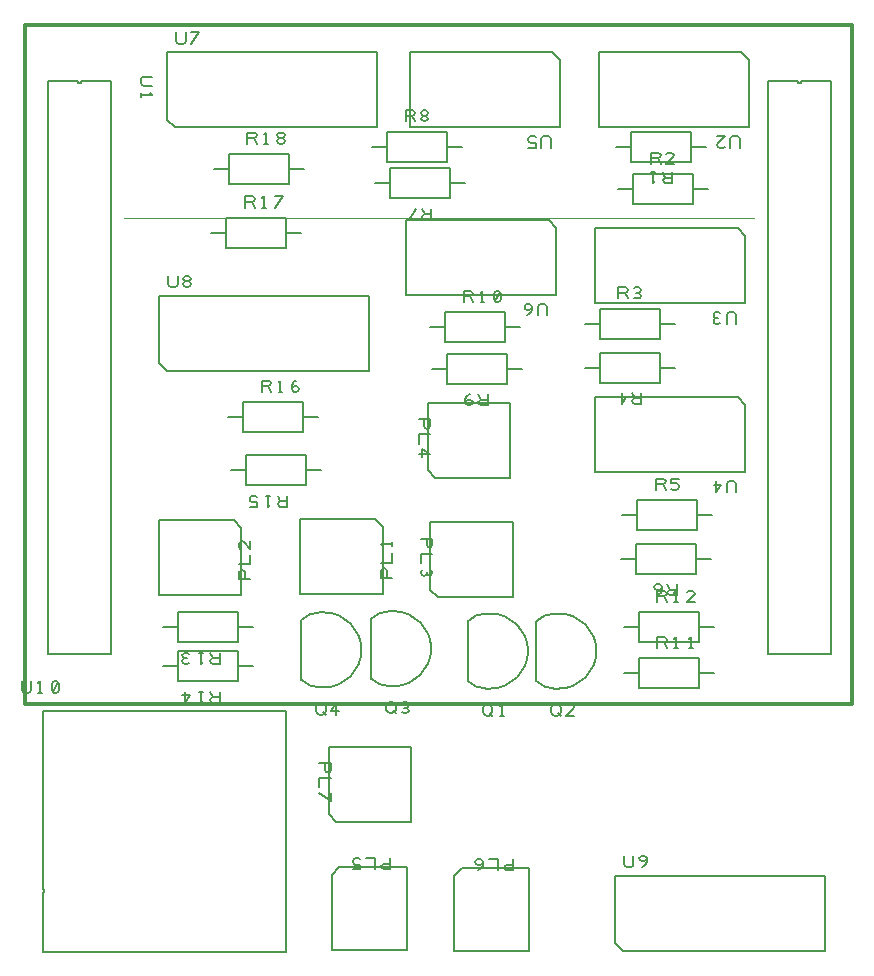
<source format=gbr>
G04 DesignSpark PCB Gerber Version 9.0 Build 5138 *
G04 #@! TF.Part,Single*
G04 #@! TF.FileFunction,Legend,Top *
G04 #@! TF.FilePolarity,Positive *
%FSLAX35Y35*%
%MOIN*%
%ADD22C,0.00394*%
%ADD12C,0.00500*%
%ADD19C,0.01200*%
X0Y0D02*
D02*
D12*
X6549Y104062D02*
Y101250D01*
X6862Y100625*
X7487Y100312*
X8737*
X9362Y100625*
X9674Y101250*
Y104062*
X12174Y100312D02*
X13424D01*
X12799D02*
Y104062D01*
X12174Y103437*
X16862Y100625D02*
X17487Y100312D01*
X18112*
X18737Y100625*
X19049Y101250*
Y103125*
X18737Y103750*
X18112Y104062*
X17487*
X16862Y103750*
X16549Y103125*
Y101250*
X16862Y100625*
X18737Y103750*
X13549Y94375D02*
X94549D01*
Y13875*
X13549*
Y33750*
X14174*
Y35000*
X13549*
Y94375*
X36341Y304206D02*
Y113206D01*
X15341*
Y304206*
X25216*
Y303581*
X26466*
Y304206*
X36341*
X50028Y305706D02*
X47216D01*
X46591Y305393*
X46278Y304768*
Y303518*
X46591Y302893*
X47216Y302580*
X50028*
X46278Y300080D02*
Y298830D01*
Y299456D02*
X50028D01*
X49403Y300080*
X52415Y232623D02*
X122415D01*
Y207623*
X54915*
X52415Y210123*
Y232623*
X55171Y313725D02*
X125171D01*
Y288725*
X57671*
X55171Y291225*
Y313725*
X55415Y239310D02*
Y236498D01*
X55728Y235873*
X56353Y235560*
X57603*
X58228Y235873*
X58541Y236498*
Y239310*
X61353Y237435D02*
X61978D01*
X62603Y237748*
X62915Y238373*
X62603Y238998*
X61978Y239310*
X61353*
X60728Y238998*
X60415Y238373*
X60728Y237748*
X61353Y237435*
X60728Y237123*
X60415Y236498*
X60728Y235873*
X61353Y235560*
X61978*
X62603Y235873*
X62915Y236498*
X62603Y237123*
X61978Y237435*
X58171Y320413D02*
Y317600D01*
X58484Y316975*
X59109Y316663*
X60359*
X60984Y316975*
X61296Y317600*
Y320413*
X63171Y316663D02*
X65671Y320413D01*
X63171*
X58833Y109099D02*
X53833D01*
X58833Y122091D02*
X53833D01*
X69817Y253587D02*
X74817D01*
X70604Y274847D02*
X75604D01*
X72583Y100662D02*
Y96912D01*
X70395*
X69770Y97224*
X69457Y97849*
X69770Y98474*
X70395Y98787*
X72583*
X70395D02*
X69457Y100662D01*
X66957D02*
X65707D01*
X66333D02*
Y96912D01*
X66957Y97537*
X61020Y100662D02*
Y96912D01*
X62583Y99412*
X60083*
X72583Y113654D02*
Y109904D01*
X70395*
X69770Y110216*
X69457Y110841*
X69770Y111466*
X70395Y111779*
X72583*
X70395D02*
X69457Y113654D01*
X66957D02*
X65707D01*
X66333D02*
Y109904D01*
X66957Y110529*
X62270Y113341D02*
X61645Y113654D01*
X61020*
X60395Y113341*
X60083Y112716*
X60395Y112091*
X61020Y111779*
X61645*
X61020D02*
X60395Y111466D01*
X60083Y110841*
X60395Y110216*
X61020Y109904*
X61645*
X62270Y110216*
X74817Y248587D02*
Y258587D01*
X94817*
Y248587*
X74817*
X75329Y192170D02*
X80329D01*
X75604Y269847D02*
Y279847D01*
X95604*
Y269847*
X75604*
X78833Y114099D02*
Y104099D01*
X58833*
Y114099*
X78833*
Y127091D02*
Y117091D01*
X58833*
Y127091*
X78833*
X79774Y132713D02*
X52274D01*
Y157713*
X77274*
X79774Y155213*
Y132713*
X80329Y187170D02*
Y197170D01*
X100329*
Y187170*
X80329*
X81067Y262025D02*
Y265775D01*
X83254*
X83880Y265463*
X84192Y264837*
X83880Y264213*
X83254Y263900*
X81067*
X83254D02*
X84192Y262025D01*
X86692D02*
X87942D01*
X87317D02*
Y265775D01*
X86692Y265150*
X91067Y262025D02*
X93567Y265775D01*
X91067*
X81274Y174454D02*
X76274D01*
X81854Y283285D02*
Y287035D01*
X84042*
X84667Y286722*
X84980Y286097*
X84667Y285472*
X84042Y285160*
X81854*
X84042D02*
X84980Y283285D01*
X87480D02*
X88730D01*
X88104D02*
Y287035D01*
X87480Y286410*
X92792Y285160D02*
X93417D01*
X94042Y285472*
X94354Y286097*
X94042Y286722*
X93417Y287035*
X92792*
X92167Y286722*
X91854Y286097*
X92167Y285472*
X92792Y285160*
X92167Y284847*
X91854Y284222*
X92167Y283597*
X92792Y283285*
X93417*
X94042Y283597*
X94354Y284222*
X94042Y284847*
X93417Y285160*
X82836Y138213D02*
X79086D01*
Y140401*
X79398Y141026*
X80024Y141339*
X80648Y141026*
X80961Y140401*
Y138213*
X79086Y143213D02*
X82836D01*
Y146339*
Y150713D02*
Y148213D01*
X80648Y150401*
X80024Y150713*
X79398Y150401*
X79086Y149776*
Y148839*
X79398Y148213*
X83833Y109099D02*
X78833D01*
X83833Y122091D02*
X78833D01*
X86579Y200607D02*
Y204357D01*
X88766*
X89391Y204045*
X89704Y203420*
X89391Y202795*
X88766Y202483*
X86579*
X88766D02*
X89704Y200607D01*
X92204D02*
X93454D01*
X92829D02*
Y204357D01*
X92204Y203733*
X96579Y201545D02*
X96891Y202170D01*
X97516Y202483*
X98141*
X98766Y202170*
X99079Y201545*
X98766Y200920*
X98141Y200607*
X97516*
X96891Y200920*
X96579Y201545*
Y202483*
X96891Y203420*
X97516Y204045*
X98141Y204357*
X94817Y253587D02*
X99817D01*
X95024Y166016D02*
Y162266D01*
X92836*
X92211Y162578*
X91898Y163204*
X92211Y163828*
X92836Y164141*
X95024*
X92836D02*
X91898Y166016D01*
X89398D02*
X88148D01*
X88774D02*
Y162266D01*
X89398Y162891*
X85024Y165704D02*
X84398Y166016D01*
X83461*
X82836Y165704*
X82524Y165078*
Y164766*
X82836Y164141*
X83461Y163828*
X85024*
Y162266*
X82524*
X95604Y274847D02*
X100604D01*
X100329Y192170D02*
X105329D01*
X101274Y179454D02*
Y169454D01*
X81274*
Y179454*
X101274*
X104837Y94279D02*
Y95529D01*
X105149Y96154*
X105462Y96467*
X106087Y96779*
X106712*
X107337Y96467*
X107649Y96154*
X107962Y95529*
Y94279*
X107649Y93654*
X107337Y93341*
X106712Y93029*
X106087*
X105462Y93341*
X105149Y93654*
X104837Y94279*
X107024Y93967D02*
X107962Y93029D01*
X111399D02*
Y96779D01*
X109837Y94279*
X112337*
X105853Y76835D02*
X109603D01*
Y74648*
X109291Y74023*
X108665Y73710*
X108041Y74023*
X107728Y74648*
Y76835*
X109603Y71835D02*
X105853D01*
Y68710*
Y66835D02*
X109603Y64335D01*
Y66835*
X106274Y174454D02*
X101274D01*
X107337Y127091D02*
G75*
G02X119837Y114591J-12500D01*
G01*
G75*
G02X107337Y102091I-12500*
G01*
X105837*
G75*
G02X99837Y104591I18J8493*
G01*
Y124591*
G75*
G02X105837Y127091I6018J-5993*
G01*
X107337*
X108915Y82335D02*
X136415D01*
Y57335*
X111415*
X108915Y59835*
Y82335*
X123360Y282328D02*
X128360D01*
X127018Y133107D02*
X99518D01*
Y158107*
X124518*
X127018Y155607*
Y133107*
X128065Y94672D02*
Y95922D01*
X128378Y96548*
X128690Y96860*
X129315Y97172*
X129940*
X130565Y96860*
X130878Y96548*
X131190Y95922*
Y94672*
X130878Y94048*
X130565Y93735*
X129940Y93422*
X129315*
X128690Y93735*
X128378Y94048*
X128065Y94672*
X130252Y94360D02*
X131190Y93422D01*
X133378Y93735D02*
X134002Y93422D01*
X134628*
X135252Y93735*
X135565Y94360*
X135252Y94985*
X134628Y95298*
X134002*
X134628D02*
X135252Y95610D01*
X135565Y96235*
X135252Y96860*
X134628Y97172*
X134002*
X133378Y96860*
X128360Y277328D02*
Y287328D01*
X148360*
Y277328*
X128360*
X129305Y270123D02*
X124305D01*
X129404Y45229D02*
Y41479D01*
X127216*
X126591Y41791*
X126278Y42416*
X126591Y43041*
X127216Y43354*
X129404*
X124404Y41479D02*
Y45229D01*
X121278*
X119404Y44916D02*
X118778Y45229D01*
X117841*
X117216Y44916*
X116904Y44291*
Y43979*
X117216Y43354*
X117841Y43041*
X119404*
Y41479*
X116904*
X130565Y127485D02*
G75*
G02X143065Y114985J-12500D01*
G01*
G75*
G02X130565Y102485I-12500*
G01*
X129065*
G75*
G02X123065Y104985I18J8493*
G01*
Y124985*
G75*
G02X129065Y127485I6018J-5993*
G01*
X130565*
X130080Y138607D02*
X126330D01*
Y140794*
X126643Y141420*
X127268Y141732*
X127893Y141420*
X128205Y140794*
Y138607*
X126330Y143607D02*
X130080D01*
Y146732*
Y149232D02*
Y150482D01*
Y149857D02*
X126330D01*
X126955Y149232*
X134610Y290765D02*
Y294515D01*
X136798*
X137423Y294203*
X137735Y293578*
X137423Y292953*
X136798Y292640*
X134610*
X136798D02*
X137735Y290765D01*
X140548Y292640D02*
X141173D01*
X141798Y292953*
X142110Y293578*
X141798Y294203*
X141173Y294515*
X140548*
X139923Y294203*
X139610Y293578*
X139923Y292953*
X140548Y292640*
X139923Y292328*
X139610Y291703*
X139923Y291078*
X140548Y290765*
X141173*
X141798Y291078*
X142110Y291703*
X141798Y292328*
X141173Y292640*
X134904Y42166D02*
Y14666D01*
X109904*
Y39666*
X112404Y42166*
X134904*
X138924Y191402D02*
X142674D01*
Y189215*
X142361Y188590*
X141736Y188277*
X141111Y188590*
X140799Y189215*
Y191402*
X142674Y186402D02*
X138924D01*
Y183277*
Y179840D02*
X142674D01*
X140174Y181402*
Y178902*
X139711Y151639D02*
X143461D01*
Y149451*
X143149Y148826*
X142524Y148513*
X141899Y148826*
X141586Y149451*
Y151639*
X143461Y146639D02*
X139711D01*
Y143513*
X140024Y141326D02*
X139711Y140701D01*
Y140076*
X140024Y139451*
X140649Y139139*
X141274Y139451*
X141586Y140076*
Y140701*
Y140076D02*
X141899Y139451D01*
X142524Y139139*
X143149Y139451*
X143461Y140076*
Y140701*
X143149Y141326*
X141986Y196902D02*
X169486D01*
Y171902*
X144486*
X141986Y174402*
Y196902*
X142652Y222091D02*
X147652D01*
X142774Y157139D02*
X170274D01*
Y132139*
X145274*
X142774Y134639*
Y157139*
X143055Y261685D02*
Y257935D01*
X140868*
X140243Y258248*
X139930Y258873*
X140243Y259498*
X140868Y259810*
X143055*
X140868D02*
X139930Y261685D01*
X138055D02*
X135555Y257935D01*
X138055*
X147652Y217091D02*
Y227091D01*
X167652*
Y217091*
X147652*
X148203Y208312D02*
X143203D01*
X148360Y282328D02*
X153360D01*
X149305Y275123D02*
Y265123D01*
X129305*
Y275123*
X149305*
X153902Y230529D02*
Y234279D01*
X156089*
X156714Y233967*
X157027Y233341*
X156714Y232717*
X156089Y232404*
X153902*
X156089D02*
X157027Y230529D01*
X159527D02*
X160777D01*
X160152D02*
Y234279D01*
X159527Y233654*
X164214Y230841D02*
X164839Y230529D01*
X165464*
X166089Y230841*
X166402Y231467*
Y233341*
X166089Y233967*
X165464Y234279*
X164839*
X164214Y233967*
X163902Y233341*
Y231467*
X164214Y230841*
X166089Y233967*
X154305Y270123D02*
X149305D01*
X160348Y93885D02*
Y95135D01*
X160661Y95760*
X160974Y96073*
X161598Y96385*
X162224*
X162848Y96073*
X163161Y95760*
X163474Y95135*
Y93885*
X163161Y93260*
X162848Y92948*
X162224Y92635*
X161598*
X160974Y92948*
X160661Y93260*
X160348Y93885*
X162536Y93573D02*
X163474Y92635D01*
X165974D02*
X167224D01*
X166598D02*
Y96385D01*
X165974Y95760*
X161953Y199874D02*
Y196124D01*
X159765*
X159140Y196437*
X158828Y197062*
X159140Y197687*
X159765Y197999*
X161953*
X159765D02*
X158828Y199874D01*
X156015D02*
X155390Y199562D01*
X154765Y198937*
X154453Y197999*
Y197062*
X154765Y196437*
X155390Y196124*
X156015*
X156640Y196437*
X156953Y197062*
X156640Y197687*
X156015Y197999*
X155390*
X154765Y197687*
X154453Y197062*
X162848Y126698D02*
G75*
G02X175348Y114198J-12500D01*
G01*
G75*
G02X162848Y101698I-12500*
G01*
X161348*
G75*
G02X155348Y104198I18J8493*
G01*
Y124198*
G75*
G02X161348Y126698I6018J-5993*
G01*
X162848*
X167652Y222091D02*
X172652D01*
X168203Y213312D02*
Y203312D01*
X148203*
Y213312*
X168203*
X170348Y44835D02*
Y41085D01*
X168161*
X167536Y41397*
X167223Y42022*
X167536Y42647*
X168161Y42960*
X170348*
X165348Y41085D02*
Y44835D01*
X162223*
X160348Y43897D02*
X160036Y43272D01*
X159411Y42960*
X158786*
X158161Y43272*
X157848Y43897*
X158161Y44522*
X158786Y44835*
X159411*
X160036Y44522*
X160348Y43897*
Y42960*
X160036Y42022*
X159411Y41397*
X158786Y41085*
X173203Y208312D02*
X168203D01*
X175848Y41772D02*
Y14272D01*
X150848*
Y39272*
X153348Y41772*
X175848*
X181699Y226132D02*
Y228944D01*
X181386Y229570*
X180761Y229882*
X179511*
X178886Y229570*
X178574Y228944*
Y226132*
X176699Y228944D02*
X176386Y228320D01*
X175761Y228007*
X175136*
X174511Y228320*
X174199Y228944*
X174511Y229570*
X175136Y229882*
X175761*
X176386Y229570*
X176699Y228944*
Y228007*
X176386Y227070*
X175761Y226444*
X175136Y226132*
X182880Y282038D02*
Y284850D01*
X182567Y285475*
X181943Y285788*
X180693*
X180067Y285475*
X179755Y284850*
Y282038*
X177880Y285475D02*
X177255Y285788D01*
X176317*
X175693Y285475*
X175380Y284850*
Y284538*
X175693Y283913*
X176317Y283600*
X177880*
Y282038*
X175380*
X183183Y93885D02*
Y95135D01*
X183496Y95760*
X183808Y96073*
X184433Y96385*
X185058*
X185683Y96073*
X185996Y95760*
X186308Y95135*
Y93885*
X185996Y93260*
X185683Y92948*
X185058Y92635*
X184433*
X183808Y92948*
X183496Y93260*
X183183Y93885*
X185370Y93573D02*
X186308Y92635D01*
X190683D02*
X188183D01*
X190370Y94823*
X190683Y95448*
X190370Y96073*
X189746Y96385*
X188808*
X188183Y96073*
X184699Y232820D02*
X134699D01*
Y257820*
X182199*
X184699Y255320*
Y232820*
X185683Y126698D02*
G75*
G02X198183Y114198J-12500D01*
G01*
G75*
G02X185683Y101698I-12500*
G01*
X184183*
G75*
G02X178183Y104198I18J8493*
G01*
Y124198*
G75*
G02X184183Y126698I6018J-5993*
G01*
X185683*
X185880Y288725D02*
X135880D01*
Y313725*
X183380*
X185880Y311225*
Y288725*
X194226Y223272D02*
X199226D01*
Y218272D02*
Y228272D01*
X219226*
Y218272*
X199226*
X199384Y208706D02*
X194384D01*
X204384Y39316D02*
X274384D01*
Y14316*
X206884*
X204384Y16816*
Y39316*
X205250Y268154D02*
X210250D01*
X205476Y231710D02*
Y235460D01*
X207664*
X208289Y235148*
X208602Y234522*
X208289Y233898*
X207664Y233585*
X205476*
X207664D02*
X208602Y231710D01*
X210789Y232022D02*
X211414Y231710D01*
X212039*
X212664Y232022*
X212976Y232648*
X212664Y233272*
X212039Y233585*
X211414*
X212039D02*
X212664Y233898D01*
X212976Y234522*
X212664Y235148*
X212039Y235460*
X211414*
X210789Y235148*
X206825Y159493D02*
X211825D01*
X207219Y106737D02*
X212219D01*
X207219Y122091D02*
X212219D01*
X207384Y46003D02*
Y43191D01*
X207696Y42566*
X208321Y42253*
X209571*
X210196Y42566*
X210509Y43191*
Y46003*
X213321Y42253D02*
X213946Y42566D01*
X214571Y43191*
X214884Y44128*
Y45066*
X214571Y45691*
X213946Y46003*
X213321*
X212696Y45691*
X212384Y45066*
X212696Y44441*
X213321Y44128*
X213946*
X214571Y44441*
X214884Y45066*
X209620Y282328D02*
X204620D01*
X210250Y263154D02*
Y273154D01*
X230250*
Y263154*
X210250*
X211195Y144926D02*
X206195D01*
X211825Y154493D02*
Y164493D01*
X231825*
Y154493*
X211825*
X212219Y101737D02*
Y111737D01*
X232219*
Y101737*
X212219*
Y117091D02*
Y127091D01*
X232219*
Y117091*
X212219*
X213134Y200268D02*
Y196518D01*
X210946*
X210321Y196830*
X210009Y197456*
X210321Y198080*
X210946Y198393*
X213134*
X210946D02*
X210009Y200268D01*
X206571D02*
Y196518D01*
X208134Y199018*
X205634*
X216500Y276592D02*
Y280342D01*
X218687*
X219313Y280030*
X219625Y279404*
X219313Y278780*
X218687Y278467*
X216500*
X218687D02*
X219625Y276592D01*
X224000D02*
X221500D01*
X223687Y278780*
X224000Y279404*
X223687Y280030*
X223063Y280342*
X222125*
X221500Y280030*
X218075Y167930D02*
Y171680D01*
X220262*
X220887Y171368*
X221200Y170743*
X220887Y170118*
X220262Y169806*
X218075*
X220262D02*
X221200Y167930D01*
X223075Y168243D02*
X223700Y167930D01*
X224637*
X225262Y168243*
X225575Y168868*
Y169180*
X225262Y169806*
X224637Y170118*
X223075*
Y171680*
X225575*
X218469Y115174D02*
Y118924D01*
X220656*
X221281Y118612*
X221594Y117987*
X221281Y117362*
X220656Y117050*
X218469*
X220656D02*
X221594Y115174D01*
X224094D02*
X225344D01*
X224719D02*
Y118924D01*
X224094Y118300*
X229094Y115174D02*
X230344D01*
X229719D02*
Y118924D01*
X229094Y118300*
X218469Y130529D02*
Y134279D01*
X220656*
X221281Y133967*
X221594Y133341*
X221281Y132717*
X220656Y132404*
X218469*
X220656D02*
X221594Y130529D01*
X224094D02*
X225344D01*
X224719D02*
Y134279D01*
X224094Y133654*
X230969Y130529D02*
X228469D01*
X230656Y132717*
X230969Y133341*
X230656Y133967*
X230031Y134279*
X229094*
X228469Y133967*
X219226Y223272D02*
X224226D01*
X219384Y213706D02*
Y203706D01*
X199384*
Y213706*
X219384*
X223370Y273890D02*
Y270140D01*
X221183*
X220557Y270452*
X220245Y271078*
X220557Y271702*
X221183Y272015*
X223370*
X221183D02*
X220245Y273890D01*
X217745D02*
X216495D01*
X217120D02*
Y270140D01*
X217745Y270765*
X224384Y208706D02*
X219384D01*
X224945Y136489D02*
Y132739D01*
X222757*
X222132Y133051*
X221820Y133676*
X222132Y134301*
X222757Y134613*
X224945*
X222757D02*
X221820Y136489D01*
X219945Y135551D02*
X219632Y134926D01*
X219007Y134613*
X218382*
X217757Y134926*
X217445Y135551*
X217757Y136176*
X218382Y136489*
X219007*
X219632Y136176*
X219945Y135551*
Y134613*
X219632Y133676*
X219007Y133051*
X218382Y132739*
X229620Y287328D02*
Y277328D01*
X209620*
Y287328*
X229620*
X230250Y268154D02*
X235250D01*
X231195Y149926D02*
Y139926D01*
X211195*
Y149926*
X231195*
X231825Y159493D02*
X236825D01*
X232219Y106737D02*
X237219D01*
X232219Y122091D02*
X237219D01*
X234620Y282328D02*
X229620D01*
X236195Y144926D02*
X231195D01*
X244691Y167077D02*
Y169889D01*
X244378Y170515*
X243754Y170827*
X242504*
X241878Y170515*
X241566Y169889*
Y167077*
X238128Y170827D02*
Y167077D01*
X239691Y169577*
X237191*
X244691Y223376D02*
Y226189D01*
X244378Y226814*
X243754Y227126*
X242504*
X241878Y226814*
X241566Y226189*
Y223376*
X239378Y226814D02*
X238754Y227126D01*
X238128*
X237504Y226814*
X237191Y226189*
X237504Y225564*
X238128Y225251*
X238754*
X238128D02*
X237504Y224939D01*
X237191Y224314*
X237504Y223689*
X238128Y223376*
X238754*
X239378Y223689*
X245872Y282038D02*
Y284850D01*
X245559Y285475*
X244935Y285788*
X243685*
X243059Y285475*
X242747Y284850*
Y282038*
X238372Y285788D02*
X240872D01*
X238685Y283600*
X238372Y282975*
X238685Y282350*
X239309Y282038*
X240247*
X240872Y282350*
X247691Y173765D02*
X197691D01*
Y198765*
X245191*
X247691Y196265*
Y173765*
Y230064D02*
X197691D01*
Y255064*
X245191*
X247691Y252564*
Y230064*
X248872Y288725D02*
X198872D01*
Y313725*
X246372*
X248872Y311225*
Y288725*
X276341Y304206D02*
Y113206D01*
X255341*
Y304206*
X265216*
Y303581*
X266466*
Y304206*
X276341*
D02*
D19*
X7770Y322879D02*
X283360D01*
Y96501*
X7770Y322879D02*
Y96501D01*
X283360*
D02*
D22*
X40841Y258706D02*
X250841D01*
X0Y0D02*
M02*

</source>
